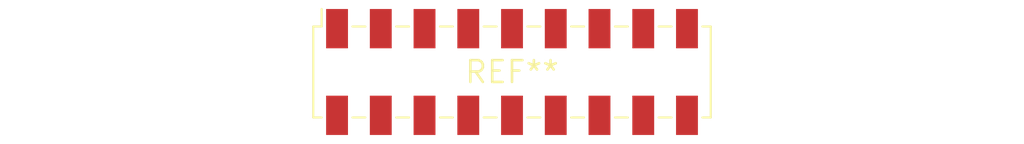
<source format=kicad_pcb>
(kicad_pcb (version 20240108) (generator pcbnew)
  (layers (0 "F.Cu" signal) (31 "B.Cu" signal) (34 "B.Paste" user) (35 "F.Paste" user) (36 "B.SilkS" user "B.Silkscreen") (37 "F.SilkS" user "F.Silkscreen") (38 "B.Mask" user) (39 "F.Mask" user) (44 "Edge.Cuts" user))
  (net 0 "")
  (footprint "Samtec_HLE-109-02-xxx-DV-LC_2x09_P2.54mm_Horizontal" (layer "F.Cu") (at 0 0)
    (property "Reference" "REF**")
    (property "Value" "Samtec_HLE-109-02-xxx-DV-LC_2x09_P2.54mm_Horizontal")
    (fp_line (start -11.54 -2.65) (end -11.54 2.65) (layer "F.SilkS") (stroke (width 0.12)))
    (fp_line (start -11.54 2.65) (end -11.055 2.65) (layer "F.SilkS") (stroke (width 0.12)))
    (fp_line (start -11.055 -3.67) (end -11.055 -2.65) (layer "F.SilkS") (stroke (width 0.12)))
    (fp_line (start -11.055 -2.65) (end -11.54 -2.65) (layer "F.SilkS") (stroke (width 0.12)))
    (fp_line (start -9.265 -2.65) (end -8.515 -2.65) (layer "F.SilkS") (stroke (width 0.12)))
    (fp_line (start -9.265 2.65) (end -8.515 2.65) (layer "F.SilkS") (stroke (width 0.12)))
    (fp_line (start -6.725 -2.65) (end -5.975 -2.65) (layer "F.SilkS") (stroke (width 0.12)))
    (fp_line (start -6.725 2.65) (end -5.975 2.65) (layer "F.SilkS") (stroke (width 0.12)))
    (fp_line (start -4.185 -2.65) (end -3.435 -2.65) (layer "F.SilkS") (stroke (width 0.12)))
    (fp_line (start -4.185 2.65) (end -3.435 2.65) (layer "F.SilkS") (stroke (width 0.12)))
    (fp_line (start -1.645 -2.65) (end -0.895 -2.65) (layer "F.SilkS") (stroke (width 0.12)))
    (fp_line (start -1.645 2.65) (end -0.895 2.65) (layer "F.SilkS") (stroke (width 0.12)))
    (fp_line (start 0.895 -2.65) (end 1.645 -2.65) (layer "F.SilkS") (stroke (width 0.12)))
    (fp_line (start 0.895 2.65) (end 1.645 2.65) (layer "F.SilkS") (stroke (width 0.12)))
    (fp_line (start 3.435 -2.65) (end 4.185 -2.65) (layer "F.SilkS") (stroke (width 0.12)))
    (fp_line (start 3.435 2.65) (end 4.185 2.65) (layer "F.SilkS") (stroke (width 0.12)))
    (fp_line (start 5.975 -2.65) (end 6.725 -2.65) (layer "F.SilkS") (stroke (width 0.12)))
    (fp_line (start 5.975 2.65) (end 6.725 2.65) (layer "F.SilkS") (stroke (width 0.12)))
    (fp_line (start 8.515 -2.65) (end 9.265 -2.65) (layer "F.SilkS") (stroke (width 0.12)))
    (fp_line (start 8.515 2.65) (end 9.265 2.65) (layer "F.SilkS") (stroke (width 0.12)))
    (fp_line (start 11.055 -2.65) (end 11.54 -2.65) (layer "F.SilkS") (stroke (width 0.12)))
    (fp_line (start 11.54 -2.65) (end 11.54 2.65) (layer "F.SilkS") (stroke (width 0.12)))
    (fp_line (start 11.54 2.65) (end 11.055 2.65) (layer "F.SilkS") (stroke (width 0.12)))
    (pad "" np_thru_hole circle (at -8.89 0) (size 1.19 1.19) (drill 1.19) (layers *.Cu *.Mask))
    (pad "" np_thru_hole circle (at 8.89 0) (size 1.19 1.19) (drill 1.19) (layers *.Cu *.Mask))
    (pad "1" smd rect (at -10.16 -2.525) (size 1.27 2.29) (layers "F.Cu" "F.Paste" "F.Mask"))
    (pad "2" smd rect (at -10.16 2.525) (size 1.27 2.29) (layers "F.Cu" "F.Paste" "F.Mask"))
    (pad "3" smd rect (at -7.62 -2.525) (size 1.27 2.29) (layers "F.Cu" "F.Paste" "F.Mask"))
    (pad "4" smd rect (at -7.62 2.525) (size 1.27 2.29) (layers "F.Cu" "F.Paste" "F.Mask"))
    (pad "5" smd rect (at -5.08 -2.525) (size 1.27 2.29) (layers "F.Cu" "F.Paste" "F.Mask"))
    (pad "6" smd rect (at -5.08 2.525) (size 1.27 2.29) (layers "F.Cu" "F.Paste" "F.Mask"))
    (pad "7" smd rect (at -2.54 -2.525) (size 1.27 2.29) (layers "F.Cu" "F.Paste" "F.Mask"))
    (pad "8" smd rect (at -2.54 2.525) (size 1.27 2.29) (layers "F.Cu" "F.Paste" "F.Mask"))
    (pad "9" smd rect (at 0 -2.525) (size 1.27 2.29) (layers "F.Cu" "F.Paste" "F.Mask"))
    (pad "10" smd rect (at 0 2.525) (size 1.27 2.29) (layers "F.Cu" "F.Paste" "F.Mask"))
    (pad "11" smd rect (at 2.54 -2.525) (size 1.27 2.29) (layers "F.Cu" "F.Paste" "F.Mask"))
    (pad "12" smd rect (at 2.54 2.525) (size 1.27 2.29) (layers "F.Cu" "F.Paste" "F.Mask"))
    (pad "13" smd rect (at 5.08 -2.525) (size 1.27 2.29) (layers "F.Cu" "F.Paste" "F.Mask"))
    (pad "14" smd rect (at 5.08 2.525) (size 1.27 2.29) (layers "F.Cu" "F.Paste" "F.Mask"))
    (pad "15" smd rect (at 7.62 -2.525) (size 1.27 2.29) (layers "F.Cu" "F.Paste" "F.Mask"))
    (pad "16" smd rect (at 7.62 2.525) (size 1.27 2.29) (layers "F.Cu" "F.Paste" "F.Mask"))
    (pad "17" smd rect (at 10.16 -2.525) (size 1.27 2.29) (layers "F.Cu" "F.Paste" "F.Mask"))
    (pad "18" smd rect (at 10.16 2.525) (size 1.27 2.29) (layers "F.Cu" "F.Paste" "F.Mask"))
  )
)
</source>
